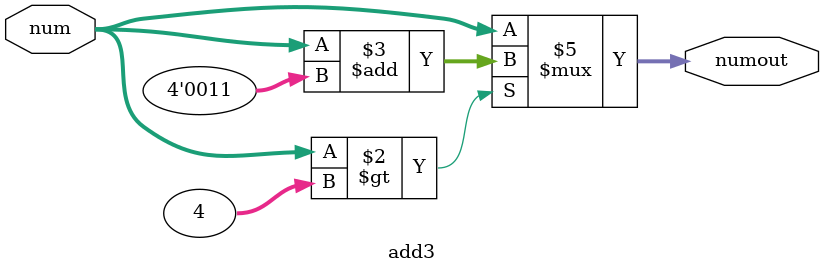
<source format=sv>
`timescale 1ns / 1ps


module add3(
    input [3:0] num,
    output reg [3:0] numout
    );
    always @* 
    if (num > 4)
        numout = num + 4'b0011 ;
    else 
       numout = num ;

endmodule

</source>
